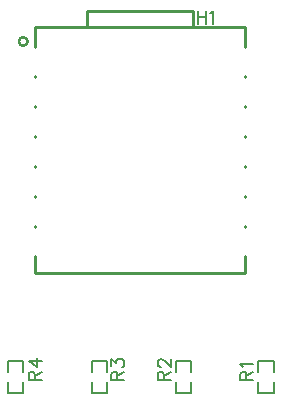
<source format=gto>
G04 Layer: TopSilkscreenLayer*
G04 EasyEDA v6.5.38, 2023-11-10 20:44:27*
G04 a2ce8b3098ff4e71ad7b38c7765d7841,93b1fbd85c6d4c91ac372c37b1ebbe7b,10*
G04 Gerber Generator version 0.2*
G04 Scale: 100 percent, Rotated: No, Reflected: No *
G04 Dimensions in millimeters *
G04 leading zeros omitted , absolute positions ,4 integer and 5 decimal *
%FSLAX45Y45*%
%MOMM*%

%ADD10C,0.1524*%
%ADD11C,0.2540*%

%LPD*%
D10*
X2684853Y4600016D02*
G01*
X2684853Y4491050D01*
X2757497Y4600016D02*
G01*
X2757497Y4491050D01*
X2684853Y4548200D02*
G01*
X2757497Y4548200D01*
X2791787Y4579188D02*
G01*
X2802201Y4584522D01*
X2817949Y4600016D01*
X2817949Y4491050D01*
X3046978Y1473200D02*
G01*
X3155944Y1473200D01*
X3046978Y1473200D02*
G01*
X3046978Y1519936D01*
X3052058Y1535429D01*
X3057392Y1540763D01*
X3067806Y1545844D01*
X3078220Y1545844D01*
X3088634Y1540763D01*
X3093714Y1535429D01*
X3098794Y1519936D01*
X3098794Y1473200D01*
X3098794Y1509521D02*
G01*
X3155944Y1545844D01*
X3067806Y1580134D02*
G01*
X3062472Y1590547D01*
X3046978Y1606295D01*
X3155944Y1606295D01*
X2348491Y1473200D02*
G01*
X2457457Y1473200D01*
X2348491Y1473200D02*
G01*
X2348491Y1519936D01*
X2353571Y1535429D01*
X2358905Y1540763D01*
X2369319Y1545844D01*
X2379733Y1545844D01*
X2390147Y1540763D01*
X2395227Y1535429D01*
X2400307Y1519936D01*
X2400307Y1473200D01*
X2400307Y1509521D02*
G01*
X2457457Y1545844D01*
X2374399Y1585468D02*
G01*
X2369319Y1585468D01*
X2358905Y1590547D01*
X2353571Y1595881D01*
X2348491Y1606295D01*
X2348491Y1626870D01*
X2353571Y1637284D01*
X2358905Y1642618D01*
X2369319Y1647697D01*
X2379733Y1647697D01*
X2390147Y1642618D01*
X2405641Y1632204D01*
X2457457Y1580134D01*
X2457457Y1653031D01*
X1954776Y1473200D02*
G01*
X2063742Y1473200D01*
X1954776Y1473200D02*
G01*
X1954776Y1519936D01*
X1959856Y1535429D01*
X1965190Y1540763D01*
X1975604Y1545844D01*
X1986018Y1545844D01*
X1996432Y1540763D01*
X2001512Y1535429D01*
X2006592Y1519936D01*
X2006592Y1473200D01*
X2006592Y1509521D02*
G01*
X2063742Y1545844D01*
X1954776Y1590547D02*
G01*
X1954776Y1647697D01*
X1996432Y1616710D01*
X1996432Y1632204D01*
X2001512Y1642618D01*
X2006592Y1647697D01*
X2022340Y1653031D01*
X2032754Y1653031D01*
X2048248Y1647697D01*
X2058662Y1637284D01*
X2063742Y1621789D01*
X2063742Y1606295D01*
X2058662Y1590547D01*
X2053582Y1585468D01*
X2043168Y1580134D01*
X1256284Y1473200D02*
G01*
X1365250Y1473200D01*
X1256284Y1473200D02*
G01*
X1256284Y1519936D01*
X1261363Y1535429D01*
X1266697Y1540763D01*
X1277112Y1545844D01*
X1287526Y1545844D01*
X1297939Y1540763D01*
X1303020Y1535429D01*
X1308100Y1519936D01*
X1308100Y1473200D01*
X1308100Y1509521D02*
G01*
X1365250Y1545844D01*
X1256284Y1632204D02*
G01*
X1328928Y1580134D01*
X1328928Y1658112D01*
X1256284Y1632204D02*
G01*
X1365250Y1632204D01*
D11*
X1309631Y2380005D02*
G01*
X1309631Y2524892D01*
X1309631Y2771119D02*
G01*
X1309631Y2778892D01*
X1309631Y3025119D02*
G01*
X1309631Y3032892D01*
X1309631Y3279119D02*
G01*
X1309631Y3286892D01*
X1309631Y3533119D02*
G01*
X1309631Y3540889D01*
X1309631Y3787117D02*
G01*
X1309631Y3794889D01*
X1309631Y4041117D02*
G01*
X1309631Y4048889D01*
X1309631Y4295117D02*
G01*
X1309631Y4460001D01*
X3089628Y4460001D01*
X3089628Y4295117D01*
X3089628Y4048889D02*
G01*
X3089628Y4041117D01*
X3089628Y3794889D02*
G01*
X3089628Y3787117D01*
X3089628Y3540889D02*
G01*
X3089628Y3533119D01*
X3089628Y3286892D02*
G01*
X3089628Y3279119D01*
X3089628Y3032892D02*
G01*
X3089628Y3025119D01*
X3089628Y2778892D02*
G01*
X3089628Y2771119D01*
X3089628Y2524892D02*
G01*
X3089628Y2380005D01*
X1309631Y2380005D01*
X1753151Y4460001D02*
G01*
X1753151Y4600000D01*
X2646588Y4460001D02*
G01*
X2646588Y4600000D01*
X1753151Y4600000D01*
D10*
X3329960Y1541221D02*
G01*
X3329960Y1637108D01*
X3197839Y1637108D01*
X3197839Y1541221D01*
X3329960Y1455978D02*
G01*
X3329960Y1360091D01*
X3197839Y1360091D01*
X3197839Y1455978D01*
X2631460Y1541221D02*
G01*
X2631460Y1637108D01*
X2499339Y1637108D01*
X2499339Y1541221D01*
X2631460Y1455978D02*
G01*
X2631460Y1360091D01*
X2499339Y1360091D01*
X2499339Y1455978D01*
X1920260Y1541221D02*
G01*
X1920260Y1637108D01*
X1788139Y1637108D01*
X1788139Y1541221D01*
X1920260Y1455978D02*
G01*
X1920260Y1360091D01*
X1788139Y1360091D01*
X1788139Y1455978D01*
X1209060Y1541221D02*
G01*
X1209060Y1637108D01*
X1076939Y1637108D01*
X1076939Y1541221D01*
X1209060Y1455978D02*
G01*
X1209060Y1360091D01*
X1076939Y1360091D01*
X1076939Y1455978D01*
D11*
G75*
G01
X1245692Y4339996D02*
G03X1245692Y4339996I-36068J0D01*
M02*

</source>
